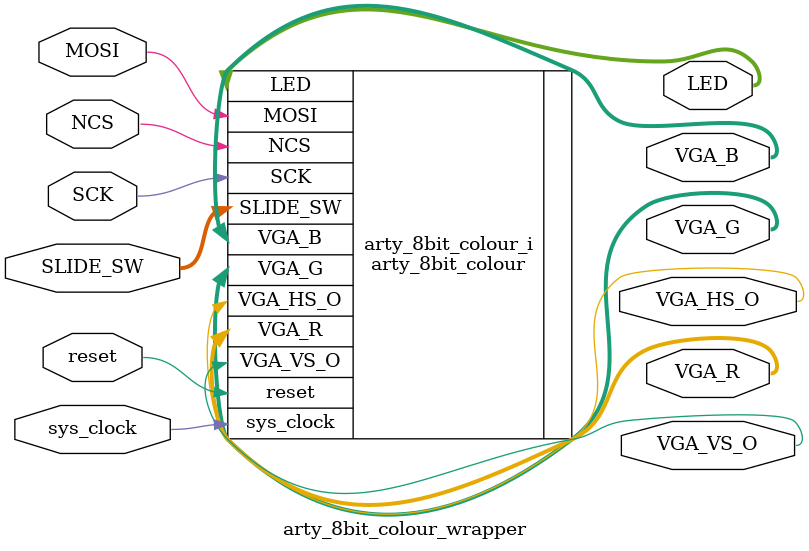
<source format=v>
`timescale 1 ps / 1 ps

module arty_8bit_colour_wrapper
   (LED,
    MOSI,
    NCS,
    SCK,
    SLIDE_SW,
    VGA_B,
    VGA_G,
    VGA_HS_O,
    VGA_R,
    VGA_VS_O,
    reset,
    sys_clock);
  output [3:0]LED;
  input MOSI;
  input NCS;
  input SCK;
  input [3:0]SLIDE_SW;
  output [3:0]VGA_B;
  output [3:0]VGA_G;
  output VGA_HS_O;
  output [3:0]VGA_R;
  output VGA_VS_O;
  input reset;
  input sys_clock;

  wire [3:0]LED;
  wire MOSI;
  wire NCS;
  wire SCK;
  wire [3:0]SLIDE_SW;
  wire [3:0]VGA_B;
  wire [3:0]VGA_G;
  wire VGA_HS_O;
  wire [3:0]VGA_R;
  wire VGA_VS_O;
  wire reset;
  wire sys_clock;

  arty_8bit_colour arty_8bit_colour_i
       (.LED(LED),
        .MOSI(MOSI),
        .NCS(NCS),
        .SCK(SCK),
        .SLIDE_SW(SLIDE_SW),
        .VGA_B(VGA_B),
        .VGA_G(VGA_G),
        .VGA_HS_O(VGA_HS_O),
        .VGA_R(VGA_R),
        .VGA_VS_O(VGA_VS_O),
        .reset(reset),
        .sys_clock(sys_clock));
endmodule

</source>
